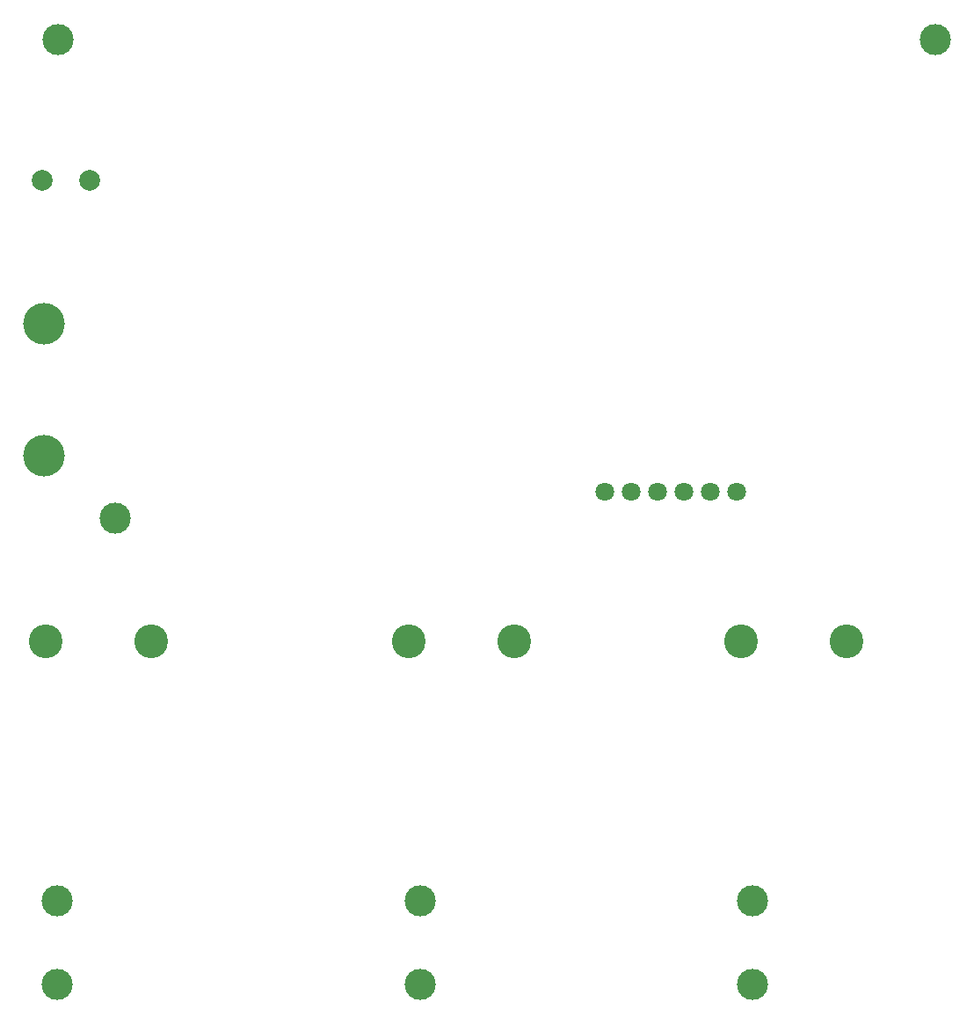
<source format=gbs>
G04 (created by PCBNEW (2013-07-07 BZR 4022)-stable) date 7/17/2014 12:13:15 PM*
%MOIN*%
G04 Gerber Fmt 3.4, Leading zero omitted, Abs format*
%FSLAX34Y34*%
G01*
G70*
G90*
G04 APERTURE LIST*
%ADD10C,0.00590551*%
%ADD11C,0.15748*%
%ADD12C,0.0708661*%
%ADD13C,0.0787*%
%ADD14C,0.11811*%
%ADD15C,0.127953*%
G04 APERTURE END LIST*
G54D10*
G54D11*
X35681Y-38389D03*
X35681Y-33389D03*
G54D12*
X60940Y-39763D03*
X61940Y-39763D03*
X56948Y-39763D03*
X57948Y-39763D03*
X59944Y-39763D03*
X58944Y-39763D03*
G54D13*
X37401Y-27952D03*
X35629Y-27952D03*
G54D14*
X69488Y-22637D03*
X36220Y-22637D03*
X38385Y-40748D03*
G54D15*
X35746Y-45423D03*
X39746Y-45423D03*
G54D14*
X36171Y-55265D03*
X36171Y-58415D03*
G54D15*
X49525Y-45423D03*
X53525Y-45423D03*
G54D14*
X49950Y-55265D03*
X49950Y-58415D03*
G54D15*
X62124Y-45423D03*
X66124Y-45423D03*
G54D14*
X62549Y-55265D03*
X62549Y-58415D03*
M02*

</source>
